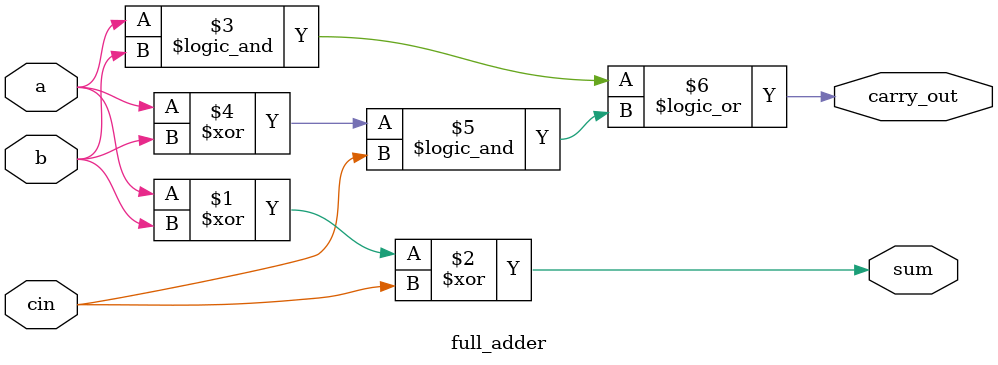
<source format=v>
/*
Program: CI Digital 02/2025
Class: Introdução à Verilog  
Class-ID: D112
Advisor: Felipe Rocha 
Advisor-Contact: felipef.rocha@inatel.br
Institute: INATEL - Santa Rita do Sapucaí / MG  
Development: André Bezerra 
Student-Contact: andrefrbezerra@gmail.com
Task-ID: A-005
Type: Laboratory
Data: octuber, 17 2025
*/

`timescale 1 ns / 1 ps 

module full_adder (
	input a, b, cin,
	output sum, carry_out
);

	/* 
	xor (sum, a, b, c);
	wire eab, xab;
	and (eab, a, b);
	xor (xab, a, b);
	and (carry_out, eab, xab, cin); 
	*/
 	
	assign sum = a ^ b ^ cin;
	assign carry_out = (a && b) || (a ^ b) && cin;

endmodule

</source>
